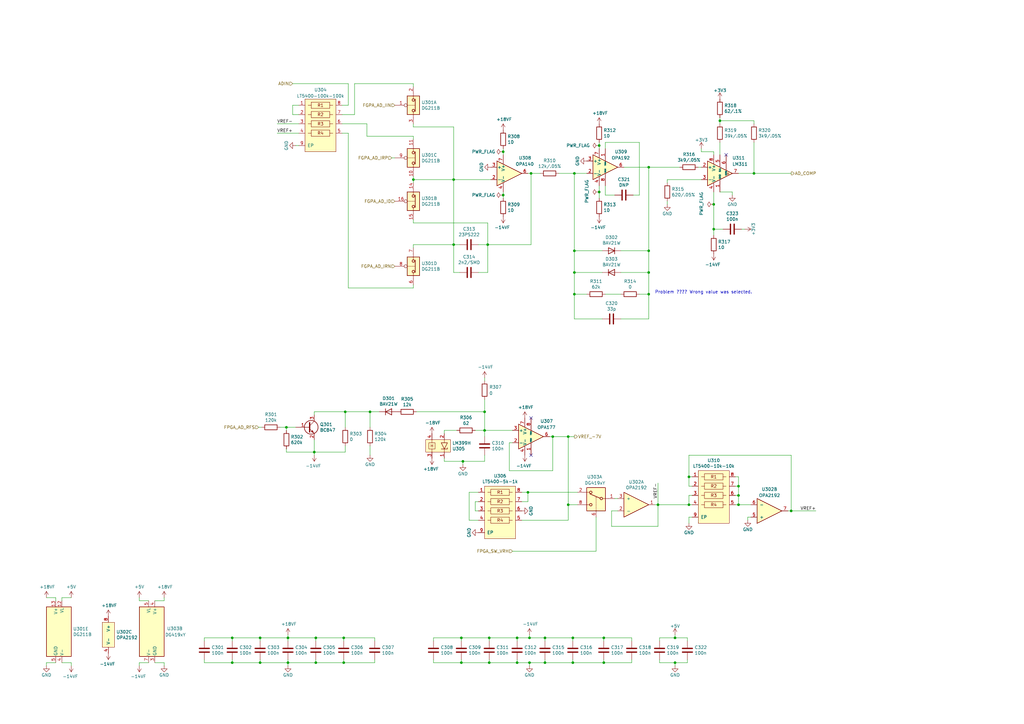
<source format=kicad_sch>
(kicad_sch (version 20230121) (generator eeschema)
  (paper "A3")
  (title_block (title "ADC") (date "2020-03-07") (rev "1.00"))
  (junction (at 302.895 207.01))
  (junction (at 151.765 168.91))
  (junction (at 266.065 102.87))
  (junction (at 292.735 93.98))
  (junction (at 235.585 120.65))
  (junction (at 117.475 175.26))
  (junction (at 276.86 261.62))
  (junction (at 129.54 261.62))
  (junction (at 309.245 71.12))
  (junction (at 266.065 68.58))
  (junction (at 140.97 261.62))
  (junction (at 217.17 261.62))
  (junction (at 212.09 261.62))
  (junction (at 235.585 71.12))
  (junction (at 128.905 185.42))
  (junction (at 247.65 261.62))
  (junction (at 266.065 111.76))
  (junction (at 95.25 261.62))
  (junction (at 95.25 271.78))
  (junction (at 234.95 271.78))
  (junction (at 295.275 49.53))
  (junction (at 206.375 62.23))
  (junction (at 324.485 209.55))
  (junction (at 140.97 271.78))
  (junction (at 217.17 271.78))
  (junction (at 216.535 201.93))
  (junction (at 302.895 203.2))
  (junction (at 266.065 120.65))
  (junction (at 234.95 261.62))
  (junction (at 247.65 271.78))
  (junction (at 106.68 271.78))
  (junction (at 223.52 261.62))
  (junction (at 129.54 271.78))
  (junction (at 206.375 80.01))
  (junction (at 198.755 176.53))
  (junction (at 233.045 207.01))
  (junction (at 233.045 179.07))
  (junction (at 282.575 195.58))
  (junction (at 302.895 199.39))
  (junction (at 106.68 261.62))
  (junction (at 212.09 271.78))
  (junction (at 200.66 261.62))
  (junction (at 186.055 73.66))
  (junction (at 235.585 102.87))
  (junction (at 245.745 59.69))
  (junction (at 189.23 271.78))
  (junction (at 235.585 111.76))
  (junction (at 226.695 179.07))
  (junction (at 169.545 73.66))
  (junction (at 245.745 78.74))
  (junction (at 217.805 71.12))
  (junction (at 223.52 271.78))
  (junction (at 200.025 100.33))
  (junction (at 282.575 207.01))
  (junction (at 200.66 271.78))
  (junction (at 189.865 189.23))
  (junction (at 276.86 271.78))
  (junction (at 189.23 261.62))
  (junction (at 186.055 100.33))
  (junction (at 269.875 207.01))
  (junction (at 118.11 271.78))
  (junction (at 292.735 83.82))
  (junction (at 141.605 168.91))
  (junction (at 198.755 168.91))
  (junction (at 118.11 261.62))
  (no_connect (at 217.805 186.69))
  (no_connect (at 297.815 63.5))
  (no_connect (at 217.805 171.45))
  (wire (pts (xy 198.755 176.53) (xy 210.185 176.53)))
  (wire (pts (xy 200.025 111.76) (xy 200.025 100.33)))
  (wire (pts (xy 302.895 195.58) (xy 302.895 199.39)))
  (wire (pts (xy 295.275 49.53) (xy 295.275 48.26)))
  (wire (pts (xy 169.545 52.07) (xy 186.055 52.07)))
  (wire (pts (xy 188.595 111.76) (xy 186.055 111.76)))
  (wire (pts (xy 296.545 93.98) (xy 292.735 93.98)))
  (wire (pts (xy 217.17 271.78) (xy 217.17 273.05)))
  (wire (pts (xy 186.055 100.33) (xy 186.055 73.66)))
  (wire (pts (xy 245.745 59.69) (xy 245.745 58.42)))
  (wire (pts (xy 189.23 271.78) (xy 189.23 270.51)))
  (wire (pts (xy 177.8 261.62) (xy 189.23 261.62)))
  (wire (pts (xy 22.86 245.11) (xy 22.86 246.38)))
  (wire (pts (xy 254.635 102.87) (xy 266.065 102.87)))
  (wire (pts (xy 118.11 261.62) (xy 129.54 261.62)))
  (wire (pts (xy 169.545 118.11) (xy 142.875 118.11)))
  (wire (pts (xy 226.695 193.04) (xy 226.695 179.07)))
  (wire (pts (xy 273.685 83.82) (xy 273.685 82.55)))
  (wire (pts (xy 295.275 49.53) (xy 309.245 49.53)))
  (wire (pts (xy 153.67 261.62) (xy 153.67 262.89)))
  (wire (pts (xy 196.215 111.76) (xy 200.025 111.76)))
  (wire (pts (xy 282.575 195.58) (xy 282.575 186.69)))
  (wire (pts (xy 169.545 116.84) (xy 169.545 118.11)))
  (wire (pts (xy 140.335 50.8) (xy 150.495 50.8)))
  (wire (pts (xy 234.95 271.78) (xy 223.52 271.78)))
  (wire (pts (xy 19.05 245.11) (xy 22.86 245.11)))
  (wire (pts (xy 57.15 245.11) (xy 57.15 246.38)))
  (wire (pts (xy 186.055 73.66) (xy 201.295 73.66)))
  (wire (pts (xy 266.065 120.65) (xy 262.255 120.65)))
  (wire (pts (xy 282.575 195.58) (xy 283.845 195.58)))
  (wire (pts (xy 269.875 207.01) (xy 269.875 198.12)))
  (wire (pts (xy 302.895 199.39) (xy 302.895 203.2)))
  (wire (pts (xy 270.51 262.89) (xy 270.51 261.62)))
  (wire (pts (xy 122.555 54.61) (xy 113.665 54.61)))
  (wire (pts (xy 300.355 80.01) (xy 300.355 78.74)))
  (wire (pts (xy 194.945 205.74) (xy 196.215 205.74)))
  (wire (pts (xy 276.86 260.35) (xy 276.86 261.62)))
  (wire (pts (xy 118.11 260.35) (xy 118.11 261.62)))
  (wire (pts (xy 292.735 96.52) (xy 292.735 93.98)))
  (wire (pts (xy 189.865 190.5) (xy 189.865 189.23)))
  (wire (pts (xy 29.21 273.05) (xy 29.21 271.78)))
  (wire (pts (xy 309.245 71.12) (xy 324.485 71.12)))
  (wire (pts (xy 106.68 270.51) (xy 106.68 271.78)))
  (wire (pts (xy 276.86 261.62) (xy 281.94 261.62)))
  (wire (pts (xy 270.51 261.62) (xy 276.86 261.62)))
  (wire (pts (xy 305.435 93.98) (xy 304.165 93.98)))
  (wire (pts (xy 233.045 207.01) (xy 233.045 213.36)))
  (wire (pts (xy 19.05 271.78) (xy 22.86 271.78)))
  (wire (pts (xy 140.335 54.61) (xy 142.875 54.61)))
  (wire (pts (xy 235.585 179.07) (xy 233.045 179.07)))
  (wire (pts (xy 141.605 168.91) (xy 151.765 168.91)))
  (wire (pts (xy 302.895 203.2) (xy 302.895 207.01)))
  (wire (pts (xy 295.275 63.5) (xy 295.275 58.42)))
  (wire (pts (xy 276.86 273.05) (xy 276.86 271.78)))
  (wire (pts (xy 208.915 193.04) (xy 226.695 193.04)))
  (wire (pts (xy 194.945 209.55) (xy 194.945 205.74)))
  (wire (pts (xy 269.875 207.01) (xy 282.575 207.01)))
  (wire (pts (xy 262.255 80.01) (xy 262.255 58.42)))
  (wire (pts (xy 169.545 101.6) (xy 169.545 100.33)))
  (wire (pts (xy 153.67 271.78) (xy 140.97 271.78)))
  (wire (pts (xy 25.4 245.11) (xy 25.4 246.38)))
  (wire (pts (xy 302.895 207.01) (xy 301.625 207.01)))
  (wire (pts (xy 169.545 73.66) (xy 169.545 72.39)))
  (wire (pts (xy 233.045 179.07) (xy 233.045 207.01)))
  (wire (pts (xy 309.245 58.42) (xy 309.245 71.12)))
  (wire (pts (xy 259.715 80.01) (xy 262.255 80.01)))
  (wire (pts (xy 206.375 78.74) (xy 206.375 80.01)))
  (wire (pts (xy 283.845 203.2) (xy 282.575 203.2)))
  (wire (pts (xy 188.595 100.33) (xy 186.055 100.33)))
  (wire (pts (xy 212.09 271.78) (xy 212.09 270.51)))
  (wire (pts (xy 177.8 262.89) (xy 177.8 261.62)))
  (wire (pts (xy 259.08 270.51) (xy 259.08 271.78)))
  (wire (pts (xy 57.15 246.38) (xy 60.96 246.38)))
  (wire (pts (xy 234.95 261.62) (xy 247.65 261.62)))
  (wire (pts (xy 189.23 261.62) (xy 200.66 261.62)))
  (wire (pts (xy 247.65 261.62) (xy 259.08 261.62)))
  (wire (pts (xy 29.21 245.11) (xy 25.4 245.11)))
  (wire (pts (xy 300.355 78.74) (xy 295.275 78.74)))
  (wire (pts (xy 67.31 245.11) (xy 67.31 246.38)))
  (wire (pts (xy 266.065 68.58) (xy 266.065 102.87)))
  (wire (pts (xy 196.215 209.55) (xy 194.945 209.55)))
  (wire (pts (xy 160.655 64.77) (xy 161.925 64.77)))
  (wire (pts (xy 282.575 199.39) (xy 282.575 195.58)))
  (wire (pts (xy 273.685 73.66) (xy 273.685 74.93)))
  (wire (pts (xy 122.555 43.18) (xy 120.015 43.18)))
  (wire (pts (xy 223.52 261.62) (xy 223.52 262.89)))
  (wire (pts (xy 198.755 168.91) (xy 170.815 168.91)))
  (wire (pts (xy 120.015 46.99) (xy 122.555 46.99)))
  (wire (pts (xy 169.545 50.8) (xy 169.545 52.07)))
  (wire (pts (xy 151.765 175.26) (xy 151.765 168.91)))
  (wire (pts (xy 223.52 271.78) (xy 217.17 271.78)))
  (wire (pts (xy 302.895 195.58) (xy 301.625 195.58)))
  (wire (pts (xy 189.23 262.89) (xy 189.23 261.62)))
  (wire (pts (xy 106.045 175.26) (xy 107.315 175.26)))
  (wire (pts (xy 142.875 54.61) (xy 142.875 118.11)))
  (wire (pts (xy 266.065 111.76) (xy 266.065 120.65)))
  (wire (pts (xy 187.325 176.53) (xy 182.245 176.53)))
  (wire (pts (xy 287.655 62.23) (xy 292.735 62.23)))
  (wire (pts (xy 248.285 58.42) (xy 248.285 60.96)))
  (wire (pts (xy 245.745 78.74) (xy 245.745 76.2)))
  (wire (pts (xy 254.635 130.81) (xy 266.065 130.81)))
  (wire (pts (xy 324.485 209.55) (xy 334.645 209.55)))
  (wire (pts (xy 141.605 185.42) (xy 128.905 185.42)))
  (wire (pts (xy 216.535 205.74) (xy 216.535 201.93)))
  (wire (pts (xy 217.805 71.12) (xy 217.805 100.33)))
  (wire (pts (xy 276.86 271.78) (xy 270.51 271.78)))
  (wire (pts (xy 287.655 68.58) (xy 286.385 68.58)))
  (wire (pts (xy 140.335 43.18) (xy 142.875 43.18)))
  (wire (pts (xy 120.015 43.18) (xy 120.015 46.99)))
  (wire (pts (xy 83.82 271.78) (xy 83.82 270.51)))
  (wire (pts (xy 281.94 262.89) (xy 281.94 261.62)))
  (wire (pts (xy 186.055 73.66) (xy 169.545 73.66)))
  (wire (pts (xy 295.275 50.8) (xy 295.275 49.53)))
  (wire (pts (xy 226.695 179.07) (xy 225.425 179.07)))
  (wire (pts (xy 234.95 271.78) (xy 234.95 270.51)))
  (wire (pts (xy 198.755 189.23) (xy 198.755 186.69)))
  (wire (pts (xy 266.065 102.87) (xy 266.065 111.76)))
  (wire (pts (xy 253.365 209.55) (xy 250.825 209.55)))
  (wire (pts (xy 244.475 226.06) (xy 244.475 212.09)))
  (wire (pts (xy 153.67 270.51) (xy 153.67 271.78)))
  (wire (pts (xy 210.185 226.06) (xy 244.475 226.06)))
  (wire (pts (xy 247.015 111.76) (xy 235.585 111.76)))
  (wire (pts (xy 117.475 175.26) (xy 114.935 175.26)))
  (wire (pts (xy 169.545 100.33) (xy 186.055 100.33)))
  (wire (pts (xy 129.54 270.51) (xy 129.54 271.78)))
  (wire (pts (xy 235.585 102.87) (xy 247.015 102.87)))
  (wire (pts (xy 217.805 71.12) (xy 221.615 71.12)))
  (wire (pts (xy 217.17 271.78) (xy 212.09 271.78)))
  (wire (pts (xy 150.495 55.88) (xy 169.545 55.88)))
  (wire (pts (xy 196.215 100.33) (xy 200.025 100.33)))
  (wire (pts (xy 287.655 60.96) (xy 287.655 62.23)))
  (wire (pts (xy 186.055 52.07) (xy 186.055 73.66)))
  (wire (pts (xy 262.255 58.42) (xy 248.285 58.42)))
  (wire (pts (xy 206.375 60.96) (xy 206.375 62.23)))
  (wire (pts (xy 122.555 50.8) (xy 113.665 50.8)))
  (wire (pts (xy 177.8 271.78) (xy 177.8 270.51)))
  (wire (pts (xy 217.17 260.35) (xy 217.17 261.62)))
  (wire (pts (xy 106.68 261.62) (xy 106.68 262.89)))
  (wire (pts (xy 145.415 46.99) (xy 145.415 34.29)))
  (wire (pts (xy 198.755 179.07) (xy 198.755 176.53)))
  (wire (pts (xy 254.635 120.65) (xy 248.285 120.65)))
  (wire (pts (xy 169.545 55.88) (xy 169.545 57.15)))
  (wire (pts (xy 200.66 270.51) (xy 200.66 271.78)))
  (wire (pts (xy 324.485 209.55) (xy 323.215 209.55)))
  (wire (pts (xy 208.915 181.61) (xy 208.915 193.04)))
  (wire (pts (xy 128.905 180.34) (xy 128.905 185.42)))
  (wire (pts (xy 273.685 73.66) (xy 287.655 73.66)))
  (wire (pts (xy 206.375 62.23) (xy 206.375 63.5)))
  (wire (pts (xy 186.055 111.76) (xy 186.055 100.33)))
  (wire (pts (xy 189.865 189.23) (xy 198.755 189.23)))
  (wire (pts (xy 117.475 184.15) (xy 117.475 185.42)))
  (wire (pts (xy 206.375 80.01) (xy 206.375 81.28)))
  (wire (pts (xy 210.185 181.61) (xy 208.915 181.61)))
  (wire (pts (xy 247.65 271.78) (xy 234.95 271.78)))
  (wire (pts (xy 248.285 76.2) (xy 248.285 80.01)))
  (wire (pts (xy 235.585 130.81) (xy 235.585 120.65)))
  (wire (pts (xy 140.97 262.89) (xy 140.97 261.62)))
  (wire (pts (xy 95.25 271.78) (xy 95.25 270.51)))
  (wire (pts (xy 292.735 83.82) (xy 292.735 78.74)))
  (wire (pts (xy 248.285 80.01) (xy 252.095 80.01)))
  (wire (pts (xy 235.585 71.12) (xy 235.585 102.87)))
  (wire (pts (xy 324.485 186.69) (xy 324.485 209.55)))
  (wire (pts (xy 292.735 93.98) (xy 292.735 83.82)))
  (wire (pts (xy 151.765 186.69) (xy 151.765 182.88)))
  (wire (pts (xy 200.025 100.33) (xy 217.805 100.33)))
  (wire (pts (xy 217.17 261.62) (xy 223.52 261.62)))
  (wire (pts (xy 83.82 262.89) (xy 83.82 261.62)))
  (wire (pts (xy 212.09 261.62) (xy 217.17 261.62)))
  (wire (pts (xy 57.15 271.78) (xy 60.96 271.78)))
  (wire (pts (xy 247.015 130.81) (xy 235.585 130.81)))
  (wire (pts (xy 306.705 213.36) (xy 306.705 212.09)))
  (wire (pts (xy 282.575 203.2) (xy 282.575 207.01)))
  (wire (pts (xy 141.605 182.88) (xy 141.605 185.42)))
  (wire (pts (xy 245.745 81.28) (xy 245.745 78.74)))
  (wire (pts (xy 233.045 213.36) (xy 213.995 213.36)))
  (wire (pts (xy 169.545 91.44) (xy 200.025 91.44)))
  (wire (pts (xy 270.51 271.78) (xy 270.51 270.51)))
  (wire (pts (xy 128.905 170.18) (xy 128.905 168.91)))
  (wire (pts (xy 169.545 74.93) (xy 169.545 73.66)))
  (wire (pts (xy 67.31 271.78) (xy 63.5 271.78)))
  (wire (pts (xy 192.405 213.36) (xy 196.215 213.36)))
  (wire (pts (xy 200.66 271.78) (xy 189.23 271.78)))
  (wire (pts (xy 196.215 201.93) (xy 192.405 201.93)))
  (wire (pts (xy 212.09 262.89) (xy 212.09 261.62)))
  (wire (pts (xy 213.995 205.74) (xy 216.535 205.74)))
  (wire (pts (xy 129.54 271.78) (xy 118.11 271.78)))
  (wire (pts (xy 309.245 71.12) (xy 302.895 71.12)))
  (wire (pts (xy 117.475 175.26) (xy 121.285 175.26)))
  (wire (pts (xy 282.575 186.69) (xy 324.485 186.69)))
  (wire (pts (xy 245.745 60.96) (xy 245.745 59.69)))
  (wire (pts (xy 309.245 49.53) (xy 309.245 50.8)))
  (wire (pts (xy 140.335 46.99) (xy 145.415 46.99)))
  (wire (pts (xy 259.08 271.78) (xy 247.65 271.78)))
  (wire (pts (xy 229.235 71.12) (xy 235.585 71.12)))
  (wire (pts (xy 118.11 262.89) (xy 118.11 261.62)))
  (wire (pts (xy 292.735 62.23) (xy 292.735 63.5)))
  (wire (pts (xy 182.245 187.96) (xy 182.245 189.23)))
  (wire (pts (xy 95.25 262.89) (xy 95.25 261.62)))
  (wire (pts (xy 266.065 68.58) (xy 255.905 68.58)))
  (wire (pts (xy 182.245 189.23) (xy 189.865 189.23)))
  (wire (pts (xy 118.11 271.78) (xy 118.11 273.05)))
  (wire (pts (xy 67.31 246.38) (xy 63.5 246.38)))
  (wire (pts (xy 226.695 179.07) (xy 233.045 179.07)))
  (wire (pts (xy 200.66 261.62) (xy 212.09 261.62)))
  (wire (pts (xy 269.875 207.01) (xy 268.605 207.01)))
  (wire (pts (xy 106.68 271.78) (xy 95.25 271.78)))
  (wire (pts (xy 118.11 271.78) (xy 106.68 271.78)))
  (wire (pts (xy 254.635 111.76) (xy 266.065 111.76)))
  (wire (pts (xy 212.09 271.78) (xy 200.66 271.78)))
  (wire (pts (xy 142.875 34.29) (xy 120.015 34.29)))
  (wire (pts (xy 200.025 100.33) (xy 200.025 91.44)))
  (wire (pts (xy 198.755 176.53) (xy 194.945 176.53)))
  (wire (pts (xy 118.11 271.78) (xy 118.11 270.51)))
  (wire (pts (xy 140.97 271.78) (xy 129.54 271.78)))
  (wire (pts (xy 169.545 90.17) (xy 169.545 91.44)))
  (wire (pts (xy 95.25 261.62) (xy 106.68 261.62)))
  (wire (pts (xy 19.05 273.05) (xy 19.05 271.78)))
  (wire (pts (xy 217.805 71.12) (xy 216.535 71.12)))
  (wire (pts (xy 151.765 168.91) (xy 155.575 168.91)))
  (wire (pts (xy 200.66 261.62) (xy 200.66 262.89)))
  (wire (pts (xy 192.405 201.93) (xy 192.405 213.36)))
  (wire (pts (xy 117.475 185.42) (xy 128.905 185.42)))
  (wire (pts (xy 198.755 176.53) (xy 198.755 168.91)))
  (wire (pts (xy 283.845 207.01) (xy 282.575 207.01)))
  (wire (pts (xy 198.755 163.83) (xy 198.755 168.91)))
  (wire (pts (xy 282.575 212.09) (xy 283.845 212.09)))
  (wire (pts (xy 235.585 71.12) (xy 240.665 71.12)))
  (wire (pts (xy 301.625 203.2) (xy 302.895 203.2)))
  (wire (pts (xy 121.285 59.69) (xy 122.555 59.69)))
  (wire (pts (xy 236.855 207.01) (xy 233.045 207.01)))
  (wire (pts (xy 128.905 168.91) (xy 141.605 168.91)))
  (wire (pts (xy 253.365 204.47) (xy 252.095 204.47)))
  (wire (pts (xy 281.94 271.78) (xy 276.86 271.78)))
  (wire (pts (xy 223.52 270.51) (xy 223.52 271.78)))
  (wire (pts (xy 142.875 43.18) (xy 142.875 34.29)))
  (wire (pts (xy 235.585 120.65) (xy 235.585 111.76)))
  (wire (pts (xy 128.905 185.42) (xy 128.905 186.69)))
  (wire (pts (xy 250.825 209.55) (xy 250.825 215.9)))
  (wire (pts (xy 240.665 120.65) (xy 235.585 120.65)))
  (wire (pts (xy 129.54 261.62) (xy 140.97 261.62)))
  (wire (pts (xy 150.495 50.8) (xy 150.495 55.88)))
  (wire (pts (xy 235.585 111.76) (xy 235.585 102.87)))
  (wire (pts (xy 282.575 214.63) (xy 282.575 212.09)))
  (wire (pts (xy 129.54 261.62) (xy 129.54 262.89)))
  (wire (pts (xy 67.31 273.05) (xy 67.31 271.78)))
  (wire (pts (xy 269.875 215.9) (xy 269.875 207.01)))
  (wire (pts (xy 281.94 271.78) (xy 281.94 270.51)))
  (wire (pts (xy 266.065 130.81) (xy 266.065 120.65)))
  (wire (pts (xy 106.68 261.62) (xy 118.11 261.62)))
  (wire (pts (xy 250.825 215.9) (xy 269.875 215.9)))
  (wire (pts (xy 182.245 176.53) (xy 182.245 177.8)))
  (wire (pts (xy 145.415 34.29) (xy 169.545 34.29)))
  (wire (pts (xy 216.535 201.93) (xy 213.995 201.93)))
  (wire (pts (xy 95.25 271.78) (xy 83.82 271.78)))
  (wire (pts (xy 169.545 34.29) (xy 169.545 35.56)))
  (wire (pts (xy 57.15 273.05) (xy 57.15 271.78)))
  (wire (pts (xy 216.535 201.93) (xy 236.855 201.93)))
  (wire (pts (xy 259.08 261.62) (xy 259.08 262.89)))
  (wire (pts (xy 306.705 212.09) (xy 307.975 212.09)))
  (wire (pts (xy 140.97 261.62) (xy 153.67 261.62)))
  (wire (pts (xy 189.23 271.78) (xy 177.8 271.78)))
  (wire (pts (xy 301.625 199.39) (xy 302.895 199.39)))
  (wire (pts (xy 83.82 261.62) (xy 95.25 261.62)))
  (wire (pts (xy 223.52 261.62) (xy 234.95 261.62)))
  (wire (pts (xy 117.475 176.53) (xy 117.475 175.26)))
  (wire (pts (xy 278.765 68.58) (xy 266.065 68.58)))
  (wire (pts (xy 247.65 261.62) (xy 247.65 262.89)))
  (wire (pts (xy 234.95 262.89) (xy 234.95 261.62)))
  (wire (pts (xy 307.975 207.01) (xy 302.895 207.01)))
  (wire (pts (xy 283.845 199.39) (xy 282.575 199.39)))
  (wire (pts (xy 140.97 271.78) (xy 140.97 270.51)))
  (wire (pts (xy 141.605 175.26) (xy 141.605 168.91)))
  (wire (pts (xy 29.21 271.78) (xy 25.4 271.78)))
  (wire (pts (xy 247.65 270.51) (xy 247.65 271.78)))
  (wire (pts (xy 198.755 154.94) (xy 198.755 156.21)))
  (text "Problem ???? Wrong value was selected." (at 268.605 120.65 0) (effects (font (size 1.27 1.27)) (justify left bottom)))
  (label "VREF+" (at 113.665 54.61 0))
  (label "VREF-" (at 269.875 198.12 270))
  (label "VREF-" (at 113.665 50.8 0))
  (label "VREF+" (at 334.645 209.55 180))
  (hierarchical_label "FPGA_AD_RFS" (shape input) (at 106.045 175.26 180))
  (hierarchical_label "FGPA_AD_IRP" (shape input) (at 160.655 64.77 180))
  (hierarchical_label "FPGA_SW_VRH" (shape input) (at 210.185 226.06 180))
  (hierarchical_label "FGPA_AD_ID" (shape input) (at 161.925 82.55 180))
  (hierarchical_label "AD_COMP" (shape output) (at 324.485 71.12 0))
  (hierarchical_label "FGPA_AD_IIN" (shape input) (at 161.925 43.18 180))
  (hierarchical_label "ADIN" (shape input) (at 120.015 34.29 180))
  (hierarchical_label "VREF_-7V" (shape output) (at 235.585 179.07 0))
  (hierarchical_label "FGPA_AD_IRN" (shape input) (at 161.925 109.22 180))
  (symbol (lib_id "ADC_TEST:LT5400-100k-100k") (at 131.445 50.8 0) (unit 1)
    (property "Reference" "U304" (at 131.445 36.83 0))
    (property "Value" "LT5400-100k-100k" (at 131.445 39.37 0))
    (property "Footprint" "Package_SO:MSOP-8-1EP_3x3mm_P0.65mm_EP1.73x1.85mm_ThermalVias" (effects hide))
    (instances (project "ETH1CREF1C" (path "" (reference "U304") (unit 1))) (project "ADC_Test" (path "" (reference "U505") (unit 1)) (path "" (reference "U?") (unit 1))))
  )
  (symbol (lib_id "power:GND") (at 121.285 59.69 270) (unit 1)
    (property "Reference" "#PWR0314" (effects hide))
    (property "Value" "GND" (at 117.475 59.69 0))
    (instances (project "ETH1CREF1C" (path "" (reference "#PWR0314") (unit 1))) (project "ADC_Test" (path "" (reference "#PWR0518") (unit 1)) (path "" (reference "#PWR?") (unit 1))))
  )
  (symbol (lib_id "ADC_TEST:DG211") (at 169.545 82.55 270) (unit 2)
    (property "Reference" "U301" (at 172.847 81.3816 90) (effects (justify left)))
    (property "Value" "DG211B" (at 172.847 83.693 90) (effects (justify left)))
    (property "Footprint" "Package_SO:SOIC-16_3.9x9.9mm_P1.27mm" (effects hide))
    (property "Datasheet" "http://pdf.datasheetcatalog.com/datasheets/70/494502_DS.pdf" (effects hide))
    (instances (project "ETH1CREF1C" (path "" (reference "U301") (unit 2))) (project "ADC_Test" (path "" (reference "U501") (unit 2)) (path "" (reference "U?") (unit 2))))
  )
  (symbol (lib_id "ADC_TEST:DG211") (at 169.545 64.77 270) (unit 3)
    (property "Reference" "U301" (at 172.847 63.6016 90) (effects (justify left)))
    (property "Value" "DG211B" (at 172.847 65.913 90) (effects (justify left)))
    (property "Footprint" "Package_SO:SOIC-16_3.9x9.9mm_P1.27mm" (effects hide))
    (property "Datasheet" "http://pdf.datasheetcatalog.com/datasheets/70/494502_DS.pdf" (effects hide))
    (instances (project "ETH1CREF1C" (path "" (reference "U301") (unit 3))) (project "ADC_Test" (path "" (reference "U501") (unit 3)) (path "" (reference "U?") (unit 3))))
  )
  (symbol (lib_id "ADC_TEST:DG211") (at 169.545 109.22 270) (unit 4)
    (property "Reference" "U301" (at 172.847 108.0516 90) (effects (justify left)))
    (property "Value" "DG211B" (at 172.847 110.363 90) (effects (justify left)))
    (property "Footprint" "Package_SO:SOIC-16_3.9x9.9mm_P1.27mm" (effects hide))
    (property "Datasheet" "http://pdf.datasheetcatalog.com/datasheets/70/494502_DS.pdf" (effects hide))
    (instances (project "ETH1CREF1C" (path "" (reference "U301") (unit 4))) (project "ADC_Test" (path "" (reference "U501") (unit 4)) (path "" (reference "U?") (unit 4))))
  )
  (symbol (lib_id "ADC_TEST:DG211") (at 22.86 259.08 0) (unit 5)
    (property "Reference" "U301" (at 29.972 257.9116 0) (effects (justify left)))
    (property "Value" "DG211B" (at 29.972 260.223 0) (effects (justify left)))
    (property "Footprint" "Package_SO:SOIC-16_3.9x9.9mm_P1.27mm" (effects hide))
    (property "Datasheet" "http://pdf.datasheetcatalog.com/datasheets/70/494502_DS.pdf" (effects hide))
    (instances (project "ETH1CREF1C" (path "" (reference "U301") (unit 5))) (project "ADC_Test" (path "" (reference "U501") (unit 5)) (path "" (reference "U?") (unit 5))))
  )
  (symbol (lib_id "ADC_TEST:LT5400-10k-10k") (at 292.735 203.2 0) (unit 1)
    (property "Reference" "U310" (at 292.735 188.849 0))
    (property "Value" "LT5400-10k-10k" (at 292.735 191.1604 0))
    (property "Footprint" "Package_SO:MSOP-8-1EP_3x3mm_P0.65mm_EP1.73x1.85mm_ThermalVias" (effects hide))
    (instances (project "ETH1CREF1C" (path "" (reference "U310") (unit 1))) (project "ADC_Test" (path "" (reference "U512") (unit 1)) (path "" (reference "U?") (unit 1))))
  )
  (symbol (lib_id "ADC_TEST:DG211") (at 169.545 43.18 270) (unit 1)
    (property "Reference" "U301" (at 172.847 42.0116 90) (effects (justify left)))
    (property "Value" "DG211B" (at 172.847 44.323 90) (effects (justify left)))
    (property "Footprint" "Package_SO:SOIC-16_3.9x9.9mm_P1.27mm" (effects hide))
    (property "Datasheet" "http://pdf.datasheetcatalog.com/datasheets/70/494502_DS.pdf" (effects hide))
    (instances (project "ETH1CREF1C" (path "" (reference "U301") (unit 1))) (project "ADC_Test" (path "" (reference "U501") (unit 1)) (path "" (reference "U?") (unit 1))))
  )
  (symbol (lib_id "power:GND") (at 282.575 214.63 0) (unit 1)
    (property "Reference" "#PWR0334" (effects hide))
    (property "Value" "GND" (at 282.575 218.44 0))
    (instances (project "ETH1CREF1C" (path "" (reference "#PWR0334") (unit 1))) (project "ADC_Test" (path "" (reference "#PWR0541") (unit 1)) (path "" (reference "#PWR?") (unit 1))))
  )
  (symbol (lib_id "power:GND") (at 306.705 213.36 0) (unit 1)
    (property "Reference" "#PWR0336" (effects hide))
    (property "Value" "GND" (at 306.705 217.17 0))
    (instances (project "ETH1CREF1C" (path "" (reference "#PWR0336") (unit 1))) (project "ADC_Test" (path "" (reference "#PWR0543") (unit 1)) (path "" (reference "#PWR?") (unit 1))))
  )
  (symbol (lib_id "ADC_TEST:LM399H") (at 179.705 182.88 0) (mirror x) (unit 1)
    (property "Reference" "U305" (at 185.4962 184.0484 0) (effects (justify left)))
    (property "Value" "LM399H" (at 185.4962 181.737 0) (effects (justify left)))
    (property "Footprint" "ADC_TEST:LMx99" (effects hide))
    (instances (project "ETH1CREF1C" (path "" (reference "U305") (unit 1))) (project "ADC_Test" (path "" (reference "U506") (unit 1)) (path "" (reference "U?") (unit 1))))
  )
  (symbol (lib_id "Device:C") (at 192.405 100.33 270) (unit 1)
    (property "Reference" "C313" (at 192.405 93.9292 90))
    (property "Value" "23PS222" (at 192.405 96.2406 90))
    (property "Footprint" "Capacitor_THT:C_Axial_L12.0mm_D6.5mm_P15.00mm_Horizontal" (effects hide))
    (instances (project "ETH1CREF1C" (path "" (reference "C313") (unit 1))) (project "ADC_Test" (path "" (reference "C514") (unit 1))))
  )
  (symbol (lib_id "Device:R") (at 191.135 176.53 270) (unit 1)
    (property "Reference" "R306" (at 191.135 171.2722 90))
    (property "Value" "62" (at 191.135 173.5836 90))
    (property "Footprint" "Resistor_SMD:R_0603_1608Metric_Pad1.05x0.95mm_HandSolder" (effects hide))
    (instances (project "ETH1CREF1C" (path "" (reference "R306") (unit 1))) (project "ADC_Test" (path "" (reference "R510") (unit 1))))
  )
  (symbol (lib_id "Device:C") (at 198.755 182.88 0) (unit 1)
    (property "Reference" "C310" (at 201.676 181.7116 0) (effects (justify left)))
    (property "Value" "100n" (at 201.676 184.023 0) (effects (justify left)))
    (property "Footprint" "Capacitor_SMD:C_0603_1608Metric_Pad1.05x0.95mm_HandSolder" (effects hide))
    (instances (project "ETH1CREF1C" (path "" (reference "C310") (unit 1))) (project "ADC_Test" (path "" (reference "C511") (unit 1))))
  )
  (symbol (lib_id "ADC_TEST:OPA2192") (at 259.715 207.01 0) (unit 1)
    (property "Reference" "U302" (at 260.985 197.6882 0))
    (property "Value" "OPA2192" (at 260.985 199.9996 0))
    (property "Footprint" "Package_SO:SOIC-8_3.9x4.9mm_P1.27mm" (effects hide))
    (instances (project "ETH1CREF1C" (path "" (reference "U302") (unit 1))) (project "ADC_Test" (path "" (reference "U502") (unit 1)) (path "" (reference "U?") (unit 1))))
  )
  (symbol (lib_id "ADC_TEST:OPA2192") (at 314.325 209.55 0) (mirror x) (unit 2)
    (property "Reference" "U302" (at 315.595 200.66 0))
    (property "Value" "OPA2192" (at 315.595 203.2 0))
    (property "Footprint" "Package_SO:SOIC-8_3.9x4.9mm_P1.27mm" (effects hide))
    (instances (project "ETH1CREF1C" (path "" (reference "U302") (unit 2))) (project "ADC_Test" (path "" (reference "U502") (unit 2)) (path "" (reference "U?") (unit 2))))
  )
  (symbol (lib_id "ADC_TEST:OPA2192") (at 44.45 260.35 0) (unit 3)
    (property "Reference" "U302" (at 47.7012 259.1816 0) (effects (justify left)))
    (property "Value" "OPA2192" (at 47.7012 261.493 0) (effects (justify left)))
    (property "Footprint" "Package_SO:SOIC-8_3.9x4.9mm_P1.27mm" (effects hide))
    (instances (project "ETH1CREF1C" (path "" (reference "U302") (unit 3))) (project "ADC_Test" (path "" (reference "U502") (unit 3)) (path "" (reference "U?") (unit 3))))
  )
  (symbol (lib_id "Analog_Switch:DG419xY") (at 244.475 201.93 0) (mirror y) (unit 1)
    (property "Reference" "U303" (at 247.015 195.58 0) (effects (justify left)))
    (property "Value" "DG419xY" (at 248.285 198.12 0) (effects (justify left)))
    (property "Footprint" "Package_SO:SOIC-8_3.9x4.9mm_P1.27mm" (effects hide))
    (property "Datasheet" "https://datasheets.maximintegrated.com/en/ds/DG417-DG419.pdf" (effects hide))
    (instances (project "ETH1CREF1C" (path "" (reference "U303") (unit 1))) (project "ADC_Test" (path "" (reference "U503") (unit 1))))
  )
  (symbol (lib_id "ADC_TEST:LT5400-5k-1k") (at 205.105 209.55 0) (unit 1)
    (property "Reference" "U306" (at 205.105 195.199 0))
    (property "Value" "LT5400-5k-1k" (at 205.105 197.5104 0))
    (property "Footprint" "Package_SO:MSOP-8-1EP_3x3mm_P0.65mm_EP1.73x1.85mm_ThermalVias" (effects hide))
    (instances (project "ETH1CREF1C" (path "" (reference "U306") (unit 1))) (project "ADC_Test" (path "" (reference "U507") (unit 1)) (path "" (reference "U?") (unit 1))))
  )
  (symbol (lib_id "power:GND") (at 196.215 218.44 270) (unit 1)
    (property "Reference" "#PWR0319" (effects hide))
    (property "Value" "GND" (at 192.405 218.44 0))
    (instances (project "ETH1CREF1C" (path "" (reference "#PWR0319") (unit 1))) (project "ADC_Test" (path "" (reference "#PWR0524") (unit 1)) (path "" (reference "#PWR?") (unit 1))))
  )
  (symbol (lib_id "power:GND") (at 213.995 209.55 90) (unit 1)
    (property "Reference" "#PWR0321" (effects hide))
    (property "Value" "GND" (at 217.805 209.55 0))
    (instances (project "ETH1CREF1C" (path "" (reference "#PWR0321") (unit 1))) (project "ADC_Test" (path "" (reference "#PWR0525") (unit 1)) (path "" (reference "#PWR?") (unit 1))))
  )
  (symbol (lib_id "Analog_Switch:DG419xY") (at 63.5 259.08 0) (mirror y) (unit 2)
    (property "Reference" "U303" (at 74.93 257.81 0) (effects (justify left)))
    (property "Value" "DG419xY" (at 76.2 260.35 0) (effects (justify left)))
    (property "Footprint" "Package_SO:SOIC-8_3.9x4.9mm_P1.27mm" (effects hide))
    (property "Datasheet" "https://datasheets.maximintegrated.com/en/ds/DG417-DG419.pdf" (effects hide))
    (instances (project "ETH1CREF1C" (path "" (reference "U303") (unit 2))) (project "ADC_Test" (path "" (reference "U503") (unit 2))))
  )
  (symbol (lib_id "power:+5V") (at 57.15 245.11 0) (unit 1)
    (property "Reference" "#PWR0307" (effects hide))
    (property "Value" "+5V" (at 57.15 240.665 0))
    (instances (project "ETH1CREF1C" (path "" (reference "#PWR0307") (unit 1))) (project "ADC_Test" (path "" (reference "#PWR0507") (unit 1)) (path "" (reference "#PWR?") (unit 1))))
  )
  (symbol (lib_id "power:GND") (at 67.31 273.05 0) (unit 1)
    (property "Reference" "#PWR0310" (effects hide))
    (property "Value" "GND" (at 67.31 276.86 0))
    (instances (project "ETH1CREF1C" (path "" (reference "#PWR0310") (unit 1))) (project "ADC_Test" (path "" (reference "#PWR0512") (unit 1)) (path "" (reference "#PWR?") (unit 1))))
  )
  (symbol (lib_id "power:GND") (at 19.05 273.05 0) (unit 1)
    (property "Reference" "#PWR0302" (effects hide))
    (property "Value" "GND" (at 19.05 276.86 0))
    (instances (project "ETH1CREF1C" (path "" (reference "#PWR0302") (unit 1))) (project "ADC_Test" (path "" (reference "#PWR0502") (unit 1)) (path "" (reference "#PWR?") (unit 1))))
  )
  (symbol (lib_id "power:+5V") (at 29.21 245.11 0) (unit 1)
    (property "Reference" "#PWR0303" (effects hide))
    (property "Value" "+5V" (at 29.21 240.665 0))
    (instances (project "ETH1CREF1C" (path "" (reference "#PWR0303") (unit 1))) (project "ADC_Test" (path "" (reference "#PWR0503") (unit 1)) (path "" (reference "#PWR?") (unit 1))))
  )
  (symbol (lib_id "power:+3V3") (at 287.655 60.96 0) (unit 1)
    (property "Reference" "#PWR0337" (effects hide))
    (property "Value" "+3V3" (at 287.655 57.404 0))
  )
  (symbol (lib_id "power:+3V3") (at 295.275 40.64 0) (unit 1)
    (property "Reference" "#PWR0339" (effects hide))
    (property "Value" "+3V3" (at 295.275 37.084 0))
  )
  (symbol (lib_id "power:+3V3") (at 305.435 93.98 270) (unit 1)
    (property "Reference" "#PWR0341" (effects hide))
    (property "Value" "+3V3" (at 308.991 93.98 0))
  )
  (symbol (lib_id "Transistor_BJT:BC847") (at 126.365 175.26 0) (unit 1)
    (property "Reference" "Q301" (at 131.2164 174.0916 0) (effects (justify left)))
    (property "Value" "BC847" (at 131.2164 176.403 0) (effects (justify left)))
    (property "Footprint" "Package_TO_SOT_SMD:SOT-23" (effects hide))
    (property "Datasheet" "http://www.infineon.com/dgdl/Infineon-BC847SERIES_BC848SERIES_BC849SERIES_BC850SERIES-DS-v01_01-en.pdf?fileId=db3a304314dca389011541d4630a1657" (effects hide))
    (instances (project "ETH1CREF1C" (path "" (reference "Q301") (unit 1))) (project "ADC_Test" (path "" (reference "Q503") (unit 1))))
  )
  (symbol (lib_id "Device:R") (at 141.605 179.07 180) (unit 1)
    (property "Reference" "R303" (at 143.383 177.9016 0) (effects (justify right)))
    (property "Value" "0" (at 143.383 180.213 0) (effects (justify right)))
    (property "Footprint" "Resistor_SMD:R_0603_1608Metric_Pad1.05x0.95mm_HandSolder" (effects hide))
    (instances (project "ETH1CREF1C" (path "" (reference "R303") (unit 1))) (project "ADC_Test" (path "" (reference "R506") (unit 1))))
  )
  (symbol (lib_id "power:PWR_FLAG") (at 206.375 62.23 90) (unit 1)
    (property "Reference" "#FLG0301" (effects hide))
    (property "Value" "PWR_FLAG" (at 203.1492 62.23 90) (effects (justify left)))
    (instances (project "ETH1CREF1C" (path "" (reference "#FLG0301") (unit 1))) (project "ADC_Test" (path "" (reference "#FLG0501") (unit 1))))
  )
  (symbol (lib_id "power:PWR_FLAG") (at 206.375 80.01 90) (mirror x) (unit 1)
    (property "Reference" "#FLG0302" (effects hide))
    (property "Value" "PWR_FLAG" (at 203.1492 80.01 90) (effects (justify left)))
    (instances (project "ETH1CREF1C" (path "" (reference "#FLG0302") (unit 1))) (project "ADC_Test" (path "" (reference "#FLG0502") (unit 1))))
  )
  (symbol (lib_id "power:PWR_FLAG") (at 245.745 78.74 90) (mirror x) (unit 1)
    (property "Reference" "#FLG0304" (effects hide))
    (property "Value" "PWR_FLAG" (at 240.665 73.66 0) (effects (justify left)))
    (instances (project "ETH1CREF1C" (path "" (reference "#FLG0304") (unit 1))) (project "ADC_Test" (path "" (reference "#FLG0504") (unit 1))))
  )
  (symbol (lib_id "power:PWR_FLAG") (at 245.745 59.69 90) (mirror x) (unit 1)
    (property "Reference" "#FLG0303" (effects hide))
    (property "Value" "PWR_FLAG" (at 241.935 59.69 90) (effects (justify left)))
    (instances (project "ETH1CREF1C" (path "" (reference "#FLG0303") (unit 1))) (project "ADC_Test" (path "" (reference "#FLG0503") (unit 1))))
  )
  (symbol (lib_id "power:PWR_FLAG") (at 292.735 83.82 90) (mirror x) (unit 1)
    (property "Reference" "#FLG0305" (effects hide))
    (property "Value" "PWR_FLAG" (at 287.655 78.74 0) (effects (justify left)))
    (instances (project "ETH1CREF1C" (path "" (reference "#FLG0305") (unit 1))) (project "ADC_Test" (path "" (reference "#FLG0505") (unit 1))))
  )
  (symbol (lib_id "Device:C") (at 192.405 111.76 270) (unit 1)
    (property "Reference" "C314" (at 192.405 105.3592 90))
    (property "Value" "2n2/SMD" (at 192.405 107.6706 90))
    (property "Footprint" "Capacitor_SMD:C_0603_1608Metric_Pad1.05x0.95mm_HandSolder" (effects hide))
    (instances (project "ETH1CREF1C" (path "" (reference "C314") (unit 1))) (project "ADC_Test" (path "" (reference "C515") (unit 1))))
  )
  (symbol (lib_id "Device:R") (at 258.445 120.65 270) (unit 1)
    (property "Reference" "R314" (at 258.445 115.3922 90))
    (property "Value" "0" (at 258.445 117.7036 90))
    (property "Footprint" "Resistor_SMD:R_0603_1608Metric_Pad1.05x0.95mm_HandSolder" (effects hide))
    (instances (project "ETH1CREF1C" (path "" (reference "R314") (unit 1))) (project "ADC_Test" (path "" (reference "R520") (unit 1))))
  )
  (symbol (lib_id "Device:C") (at 83.82 266.7 0) (unit 1)
    (property "Reference" "C301" (at 86.741 265.5316 0) (effects (justify left)))
    (property "Value" "100n" (at 86.741 267.843 0) (effects (justify left)))
    (property "Footprint" "Capacitor_SMD:C_0603_1608Metric_Pad1.05x0.95mm_HandSolder" (effects hide))
    (instances (project "ETH1CREF1C" (path "" (reference "C301") (unit 1))) (project "ADC_Test" (path "" (reference "C502") (unit 1))))
  )
  (symbol (lib_id "Device:C") (at 95.25 266.7 0) (unit 1)
    (property "Reference" "C302" (at 98.171 265.5316 0) (effects (justify left)))
    (property "Value" "100n" (at 98.171 267.843 0) (effects (justify left)))
    (property "Footprint" "Capacitor_SMD:C_0603_1608Metric_Pad1.05x0.95mm_HandSolder" (effects hide))
    (instances (project "ETH1CREF1C" (path "" (reference "C302") (unit 1))) (project "ADC_Test" (path "" (reference "C503") (unit 1))))
  )
  (symbol (lib_id "Device:C") (at 106.68 266.7 0) (unit 1)
    (property "Reference" "C303" (at 109.601 265.5316 0) (effects (justify left)))
    (property "Value" "100n" (at 109.601 267.843 0) (effects (justify left)))
    (property "Footprint" "Capacitor_SMD:C_0603_1608Metric_Pad1.05x0.95mm_HandSolder" (effects hide))
    (instances (project "ETH1CREF1C" (path "" (reference "C303") (unit 1))) (project "ADC_Test" (path "" (reference "C504") (unit 1))))
  )
  (symbol (lib_id "Device:C") (at 118.11 266.7 0) (unit 1)
    (property "Reference" "C304" (at 121.031 265.5316 0) (effects (justify left)))
    (property "Value" "100n" (at 121.031 267.843 0) (effects (justify left)))
    (property "Footprint" "Capacitor_SMD:C_0603_1608Metric_Pad1.05x0.95mm_HandSolder" (effects hide))
    (instances (project "ETH1CREF1C" (path "" (reference "C304") (unit 1))) (project "ADC_Test" (path "" (reference "C505") (unit 1))))
  )
  (symbol (lib_id "Device:C") (at 129.54 266.7 0) (unit 1)
    (property "Reference" "C305" (at 132.461 265.5316 0) (effects (justify left)))
    (property "Value" "100n" (at 132.461 267.843 0) (effects (justify left)))
    (property "Footprint" "Capacitor_SMD:C_0603_1608Metric_Pad1.05x0.95mm_HandSolder" (effects hide))
    (instances (project "ETH1CREF1C" (path "" (reference "C305") (unit 1))) (project "ADC_Test" (path "" (reference "C506") (unit 1))))
  )
  (symbol (lib_id "Device:C") (at 140.97 266.7 0) (unit 1)
    (property "Reference" "C306" (at 143.891 265.5316 0) (effects (justify left)))
    (property "Value" "100n" (at 143.891 267.843 0) (effects (justify left)))
    (property "Footprint" "Capacitor_SMD:C_0603_1608Metric_Pad1.05x0.95mm_HandSolder" (effects hide))
    (instances (project "ETH1CREF1C" (path "" (reference "C306") (unit 1))) (project "ADC_Test" (path "" (reference "C507") (unit 1))))
  )
  (symbol (lib_id "Device:C") (at 153.67 266.7 0) (unit 1)
    (property "Reference" "C307" (at 156.591 265.5316 0) (effects (justify left)))
    (property "Value" "100n" (at 156.591 267.843 0) (effects (justify left)))
    (property "Footprint" "Capacitor_SMD:C_0603_1608Metric_Pad1.05x0.95mm_HandSolder" (effects hide))
    (instances (project "ETH1CREF1C" (path "" (reference "C307") (unit 1))) (project "ADC_Test" (path "" (reference "C508") (unit 1))))
  )
  (symbol (lib_id "power:GND") (at 118.11 273.05 0) (unit 1)
    (property "Reference" "#PWR0312" (effects hide))
    (property "Value" "GND" (at 118.11 276.86 0))
    (instances (project "ETH1CREF1C" (path "" (reference "#PWR0312") (unit 1))) (project "ADC_Test" (path "" (reference "#PWR0516") (unit 1)) (path "" (reference "#PWR?") (unit 1))))
  )
  (symbol (lib_id "ADC_TEST:+18VF") (at 118.11 260.35 0) (unit 1)
    (property "Reference" "#PWR0311" (effects hide))
    (property "Value" "+18VF" (at 118.491 255.9558 0))
    (instances (project "ETH1CREF1C" (path "" (reference "#PWR0311") (unit 1))) (project "ADC_Test" (path "" (reference "#PWR0515") (unit 1)) (path "" (reference "#PWR?") (unit 1))))
  )
  (symbol (lib_id "Device:C") (at 177.8 266.7 0) (unit 1)
    (property "Reference" "C308" (at 180.721 265.5316 0) (effects (justify left)))
    (property "Value" "100n" (at 180.721 267.843 0) (effects (justify left)))
    (property "Footprint" "Capacitor_SMD:C_0603_1608Metric_Pad1.05x0.95mm_HandSolder" (effects hide))
    (instances (project "ETH1CREF1C" (path "" (reference "C308") (unit 1))) (project "ADC_Test" (path "" (reference "C509") (unit 1))))
  )
  (symbol (lib_id "Device:C") (at 189.23 266.7 0) (unit 1)
    (property "Reference" "C309" (at 192.151 265.5316 0) (effects (justify left)))
    (property "Value" "100n" (at 192.151 267.843 0) (effects (justify left)))
    (property "Footprint" "Capacitor_SMD:C_0603_1608Metric_Pad1.05x0.95mm_HandSolder" (effects hide))
    (instances (project "ETH1CREF1C" (path "" (reference "C309") (unit 1))) (project "ADC_Test" (path "" (reference "C510") (unit 1))))
  )
  (symbol (lib_id "Device:C") (at 200.66 266.7 0) (unit 1)
    (property "Reference" "C311" (at 203.581 265.5316 0) (effects (justify left)))
    (property "Value" "100n" (at 203.581 267.843 0) (effects (justify left)))
    (property "Footprint" "Capacitor_SMD:C_0603_1608Metric_Pad1.05x0.95mm_HandSolder" (effects hide))
    (instances (project "ETH1CREF1C" (path "" (reference "C311") (unit 1))) (project "ADC_Test" (path "" (reference "C512") (unit 1))))
  )
  (symbol (lib_id "Device:C") (at 212.09 266.7 0) (unit 1)
    (property "Reference" "C312" (at 215.011 265.5316 0) (effects (justify left)))
    (property "Value" "100n" (at 215.011 267.843 0) (effects (justify left)))
    (property "Footprint" "Capacitor_SMD:C_0603_1608Metric_Pad1.05x0.95mm_HandSolder" (effects hide))
    (instances (project "ETH1CREF1C" (path "" (reference "C312") (unit 1))) (project "ADC_Test" (path "" (reference "C513") (unit 1))))
  )
  (symbol (lib_id "Device:C") (at 223.52 266.7 0) (unit 1)
    (property "Reference" "C315" (at 226.441 265.5316 0) (effects (justify left)))
    (property "Value" "100n" (at 226.441 267.843 0) (effects (justify left)))
    (property "Footprint" "Capacitor_SMD:C_0603_1608Metric_Pad1.05x0.95mm_HandSolder" (effects hide))
    (instances (project "ETH1CREF1C" (path "" (reference "C315") (unit 1))) (project "ADC_Test" (path "" (reference "C516") (unit 1))))
  )
  (symbol (lib_id "Device:C") (at 234.95 266.7 0) (unit 1)
    (property "Reference" "C316" (at 237.871 265.5316 0) (effects (justify left)))
    (property "Value" "100n" (at 237.871 267.843 0) (effects (justify left)))
    (property "Footprint" "Capacitor_SMD:C_0603_1608Metric_Pad1.05x0.95mm_HandSolder" (effects hide))
    (instances (project "ETH1CREF1C" (path "" (reference "C316") (unit 1))) (project "ADC_Test" (path "" (reference "C517") (unit 1))))
  )
  (symbol (lib_id "Device:C") (at 247.65 266.7 0) (unit 1)
    (property "Reference" "C317" (at 250.571 265.5316 0) (effects (justify left)))
    (property "Value" "100n" (at 250.571 267.843 0) (effects (justify left)))
    (property "Footprint" "Capacitor_SMD:C_0603_1608Metric_Pad1.05x0.95mm_HandSolder" (effects hide))
    (instances (project "ETH1CREF1C" (path "" (reference "C317") (unit 1))) (project "ADC_Test" (path "" (reference "C518") (unit 1))))
  )
  (symbol (lib_id "power:GND") (at 217.17 273.05 0) (unit 1)
    (property "Reference" "#PWR0325" (effects hide))
    (property "Value" "GND" (at 217.17 276.86 0))
    (instances (project "ETH1CREF1C" (path "" (reference "#PWR0325") (unit 1))) (project "ADC_Test" (path "" (reference "#PWR0529") (unit 1)) (path "" (reference "#PWR?") (unit 1))))
  )
  (symbol (lib_id "Device:C") (at 259.08 266.7 0) (unit 1)
    (property "Reference" "C318" (at 262.001 265.5316 0) (effects (justify left)))
    (property "Value" "100n" (at 262.001 267.843 0) (effects (justify left)))
    (property "Footprint" "Capacitor_SMD:C_0603_1608Metric_Pad1.05x0.95mm_HandSolder" (effects hide))
    (instances (project "ETH1CREF1C" (path "" (reference "C318") (unit 1))) (project "ADC_Test" (path "" (reference "C519") (unit 1))))
  )
  (symbol (lib_id "ADC_TEST:+18VF") (at 177.165 187.96 180) (unit 1)
    (property "Reference" "#PWR0317" (effects hide))
    (property "Value" "+18VF" (at 176.784 192.3542 0))
    (instances (project "ETH1CREF1C" (path "" (reference "#PWR0317") (unit 1))) (project "ADC_Test" (path "" (reference "#PWR0522") (unit 1)) (path "" (reference "#PWR?") (unit 1))))
  )
  (symbol (lib_id "ADC_TEST:-18VF") (at 177.165 177.8 0) (unit 1)
    (property "Reference" "#PWR0316" (effects hide))
    (property "Value" "-18VF" (at 177.546 173.4058 0))
    (instances (project "ETH1CREF1C" (path "" (reference "#PWR0316") (unit 1))) (project "ADC_Test" (path "" (reference "#PWR0521") (unit 1)) (path "" (reference "#PWR?") (unit 1))))
  )
  (symbol (lib_id "ADC_TEST:-14VF") (at 217.17 260.35 0) (unit 1)
    (property "Reference" "#PWR0324" (effects hide))
    (property "Value" "-14VF" (at 217.551 255.9558 0))
    (instances (project "ETH1CREF1C" (path "" (reference "#PWR0324") (unit 1))) (project "ADC_Test" (path "" (reference "#PWR0528") (unit 1)) (path "" (reference "#PWR?") (unit 1))))
  )
  (symbol (lib_id "Device:C") (at 270.51 266.7 0) (unit 1)
    (property "Reference" "C319" (at 273.431 265.5316 0) (effects (justify left)))
    (property "Value" "100n" (at 273.431 267.843 0) (effects (justify left)))
    (property "Footprint" "Capacitor_SMD:C_0603_1608Metric_Pad1.05x0.95mm_HandSolder" (effects hide))
    (instances (project "ETH1CREF1C" (path "" (reference "C319") (unit 1))) (project "ADC_Test" (path "" (reference "C520") (unit 1))))
  )
  (symbol (lib_id "Device:C") (at 281.94 266.7 0) (unit 1)
    (property "Reference" "C322" (at 284.861 265.5316 0) (effects (justify left)))
    (property "Value" "100n" (at 284.861 267.843 0) (effects (justify left)))
    (property "Footprint" "Capacitor_SMD:C_0603_1608Metric_Pad1.05x0.95mm_HandSolder" (effects hide))
    (instances (project "ETH1CREF1C" (path "" (reference "C322") (unit 1))) (project "ADC_Test" (path "" (reference "C523") (unit 1))))
  )
  (symbol (lib_id "power:GND") (at 189.865 190.5 0) (unit 1)
    (property "Reference" "#PWR0318" (effects hide))
    (property "Value" "GND" (at 189.865 194.31 0))
    (instances (project "ETH1CREF1C" (path "" (reference "#PWR0318") (unit 1))) (project "ADC_Test" (path "" (reference "#PWR0523") (unit 1)) (path "" (reference "#PWR?") (unit 1))))
  )
  (symbol (lib_id "power:GND") (at 276.86 273.05 0) (unit 1)
    (property "Reference" "#PWR0333" (effects hide))
    (property "Value" "GND" (at 276.86 276.86 0))
    (instances (project "ETH1CREF1C" (path "" (reference "#PWR0333") (unit 1))) (project "ADC_Test" (path "" (reference "#PWR0540") (unit 1)) (path "" (reference "#PWR?") (unit 1))))
  )
  (symbol (lib_id "power:+5V") (at 276.86 260.35 0) (unit 1)
    (property "Reference" "#PWR0332" (effects hide))
    (property "Value" "+5V" (at 276.86 256.794 0))
    (instances (project "ETH1CREF1C" (path "" (reference "#PWR0332") (unit 1))) (project "ADC_Test" (path "" (reference "#PWR0539") (unit 1)) (path "" (reference "#PWR?") (unit 1))))
  )
  (symbol (lib_id "ADC_TEST:OPA140") (at 208.915 71.12 0) (unit 1)
    (property "Reference" "U308" (at 212.725 64.77 0) (effects (justify left)))
    (property "Value" "OPA140" (at 211.455 67.31 0) (effects (justify left)))
    (property "Footprint" "Package_SO:SOIC-8_3.9x4.9mm_P1.27mm" (effects hide))
    (instances (project "ETH1CREF1C" (path "" (reference "U308") (unit 1))) (project "ADC_Test" (path "" (reference "U509") (unit 1)) (path "" (reference "U?") (unit 1))))
  )
  (symbol (lib_id "Device:R") (at 206.375 57.15 0) (unit 1)
    (property "Reference" "R308" (at 208.153 55.9816 0) (effects (justify left)))
    (property "Value" "10" (at 208.153 58.293 0) (effects (justify left)))
    (property "Footprint" "Resistor_SMD:R_0603_1608Metric_Pad1.05x0.95mm_HandSolder" (effects hide))
    (instances (project "ETH1CREF1C" (path "" (reference "R308") (unit 1))) (project "ADC_Test" (path "" (reference "R511") (unit 1))))
  )
  (symbol (lib_id "ADC_TEST:+18VF") (at 206.375 53.34 0) (unit 1)
    (property "Reference" "#PWR0327" (effects hide))
    (property "Value" "+18VF" (at 206.756 48.9458 0))
    (instances (project "ETH1CREF1C" (path "" (reference "#PWR0327") (unit 1))) (project "ADC_Test" (path "" (reference "#PWR0531") (unit 1)) (path "" (reference "#PWR?") (unit 1))))
  )
  (symbol (lib_id "power:GND") (at 201.295 68.58 270) (unit 1)
    (property "Reference" "#PWR0326" (effects hide))
    (property "Value" "GND" (at 197.485 68.58 0))
    (instances (project "ETH1CREF1C" (path "" (reference "#PWR0326") (unit 1))) (project "ADC_Test" (path "" (reference "#PWR0530") (unit 1)) (path "" (reference "#PWR?") (unit 1))))
  )
  (symbol (lib_id "Device:R") (at 206.375 85.09 0) (unit 1)
    (property "Reference" "R309" (at 208.153 83.9216 0) (effects (justify left)))
    (property "Value" "10" (at 208.153 86.233 0) (effects (justify left)))
    (property "Footprint" "Resistor_SMD:R_0603_1608Metric_Pad1.05x0.95mm_HandSolder" (effects hide))
    (instances (project "ETH1CREF1C" (path "" (reference "R309") (unit 1))) (project "ADC_Test" (path "" (reference "R512") (unit 1))))
  )
  (symbol (lib_id "ADC_TEST:OPA177") (at 217.805 179.07 0) (unit 1)
    (property "Reference" "U307" (at 221.615 172.72 0) (effects (justify left)))
    (property "Value" "OPA177" (at 220.345 175.26 0) (effects (justify left)))
    (property "Footprint" "Package_SO:SOIC-8_3.9x4.9mm_P1.27mm" (effects hide))
    (instances (project "ETH1CREF1C" (path "" (reference "U307") (unit 1))) (project "ADC_Test" (path "" (reference "U508") (unit 1)) (path "" (reference "U?") (unit 1))))
  )
  (symbol (lib_id "ADC_TEST:-14VF") (at 215.265 186.69 180) (unit 1)
    (property "Reference" "#PWR0323" (effects hide))
    (property "Value" "-14VF" (at 214.884 191.0842 0))
    (instances (project "ETH1CREF1C" (path "" (reference "#PWR0323") (unit 1))) (project "ADC_Test" (path "" (reference "#PWR0527") (unit 1)) (path "" (reference "#PWR?") (unit 1))))
  )
  (symbol (lib_id "ADC_TEST:+18VF") (at 215.265 171.45 0) (unit 1)
    (property "Reference" "#PWR0322" (effects hide))
    (property "Value" "+18VF" (at 215.646 167.0558 0))
    (instances (project "ETH1CREF1C" (path "" (reference "#PWR0322") (unit 1))) (project "ADC_Test" (path "" (reference "#PWR0526") (unit 1)) (path "" (reference "#PWR?") (unit 1))))
  )
  (symbol (lib_id "ADC_TEST:+18VF") (at 44.45 252.73 0) (unit 1)
    (property "Reference" "#PWR0305" (effects hide))
    (property "Value" "+18VF" (at 44.831 248.3358 0))
    (instances (project "ETH1CREF1C" (path "" (reference "#PWR0305") (unit 1))) (project "ADC_Test" (path "" (reference "#PWR0505") (unit 1)) (path "" (reference "#PWR?") (unit 1))))
  )
  (symbol (lib_id "ADC_TEST:-14VF") (at 44.45 267.97 180) (unit 1)
    (property "Reference" "#PWR0306" (effects hide))
    (property "Value" "-14VF" (at 44.069 272.3642 0))
    (instances (project "ETH1CREF1C" (path "" (reference "#PWR0306") (unit 1))) (project "ADC_Test" (path "" (reference "#PWR0506") (unit 1)) (path "" (reference "#PWR?") (unit 1))))
  )
  (symbol (lib_id "ADC_TEST:-14VF") (at 57.15 273.05 180) (unit 1)
    (property "Reference" "#PWR0308" (effects hide))
    (property "Value" "-14VF" (at 56.769 277.4442 0))
    (instances (project "ETH1CREF1C" (path "" (reference "#PWR0308") (unit 1))) (project "ADC_Test" (path "" (reference "#PWR0508") (unit 1)) (path "" (reference "#PWR?") (unit 1))))
  )
  (symbol (lib_id "ADC_TEST:-14VF") (at 29.21 273.05 180) (unit 1)
    (property "Reference" "#PWR0304" (effects hide))
    (property "Value" "-14VF" (at 28.829 277.4442 0))
    (instances (project "ETH1CREF1C" (path "" (reference "#PWR0304") (unit 1))) (project "ADC_Test" (path "" (reference "#PWR0504") (unit 1)) (path "" (reference "#PWR?") (unit 1))))
  )
  (symbol (lib_id "ADC_TEST:+18VF") (at 67.31 245.11 0) (unit 1)
    (property "Reference" "#PWR0309" (effects hide))
    (property "Value" "+18VF" (at 67.691 240.7158 0))
    (instances (project "ETH1CREF1C" (path "" (reference "#PWR0309") (unit 1))) (project "ADC_Test" (path "" (reference "#PWR0511") (unit 1)) (path "" (reference "#PWR?") (unit 1))))
  )
  (symbol (lib_id "ADC_TEST:+18VF") (at 19.05 245.11 0) (unit 1)
    (property "Reference" "#PWR0301" (effects hide))
    (property "Value" "+18VF" (at 19.431 240.7158 0))
    (instances (project "ETH1CREF1C" (path "" (reference "#PWR0301") (unit 1))) (project "ADC_Test" (path "" (reference "#PWR0501") (unit 1)) (path "" (reference "#PWR?") (unit 1))))
  )
  (symbol (lib_id "Device:R") (at 167.005 168.91 270) (unit 1)
    (property "Reference" "R305" (at 167.005 163.6522 90))
    (property "Value" "12k" (at 167.005 165.9636 90))
    (property "Footprint" "Resistor_SMD:R_0603_1608Metric_Pad1.05x0.95mm_HandSolder" (effects hide))
    (instances (project "ETH1CREF1C" (path "" (reference "R305") (unit 1))) (project "ADC_Test" (path "" (reference "R509") (unit 1))))
  )
  (symbol (lib_id "Device:D") (at 159.385 168.91 0) (unit 1)
    (property "Reference" "D301" (at 159.385 163.3982 0))
    (property "Value" "BAV21W" (at 159.385 165.7096 0))
    (property "Footprint" "Diode_SMD:D_SOD-123" (effects hide))
    (instances (project "ETH1CREF1C" (path "" (reference "D301") (unit 1))) (project "ADC_Test" (path "" (reference "D503") (unit 1))))
  )
  (symbol (lib_id "Device:R") (at 151.765 179.07 0) (unit 1)
    (property "Reference" "R304" (at 153.543 177.9016 0) (effects (justify left)))
    (property "Value" "120k" (at 153.543 180.213 0) (effects (justify left)))
    (property "Footprint" "Resistor_SMD:R_0603_1608Metric_Pad1.05x0.95mm_HandSolder" (effects hide))
    (instances (project "ETH1CREF1C" (path "" (reference "R304") (unit 1))) (project "ADC_Test" (path "" (reference "R507") (unit 1))))
  )
  (symbol (lib_id "power:GND") (at 151.765 186.69 0) (unit 1)
    (property "Reference" "#PWR0315" (effects hide))
    (property "Value" "GND" (at 151.765 190.5 0))
    (instances (project "ETH1CREF1C" (path "" (reference "#PWR0315") (unit 1))) (project "ADC_Test" (path "" (reference "#PWR0520") (unit 1)) (path "" (reference "#PWR?") (unit 1))))
  )
  (symbol (lib_id "ADC_TEST:-14VF") (at 128.905 186.69 180) (unit 1)
    (property "Reference" "#PWR0313" (effects hide))
    (property "Value" "-14VF" (at 128.524 191.0842 0))
    (instances (project "ETH1CREF1C" (path "" (reference "#PWR0313") (unit 1))) (project "ADC_Test" (path "" (reference "#PWR0517") (unit 1)) (path "" (reference "#PWR?") (unit 1))))
  )
  (symbol (lib_id "Device:R") (at 117.475 180.34 0) (unit 1)
    (property "Reference" "R302" (at 119.253 179.1716 0) (effects (justify left)))
    (property "Value" "620k" (at 119.253 181.483 0) (effects (justify left)))
    (property "Footprint" "Resistor_SMD:R_0603_1608Metric_Pad1.05x0.95mm_HandSolder" (effects hide))
    (instances (project "ETH1CREF1C" (path "" (reference "R302") (unit 1))) (project "ADC_Test" (path "" (reference "R505") (unit 1))))
  )
  (symbol (lib_id "Device:R") (at 111.125 175.26 270) (unit 1)
    (property "Reference" "R301" (at 111.125 170.0022 90))
    (property "Value" "120k" (at 111.125 172.3136 90))
    (property "Footprint" "Resistor_SMD:R_0603_1608Metric_Pad1.05x0.95mm_HandSolder" (effects hide))
    (instances (project "ETH1CREF1C" (path "" (reference "R301") (unit 1))) (project "ADC_Test" (path "" (reference "R503") (unit 1))))
  )
  (symbol (lib_id "ADC_TEST:-14VF") (at 206.375 88.9 180) (unit 1)
    (property "Reference" "#PWR0328" (effects hide))
    (property "Value" "-14VF" (at 205.994 93.2942 0))
    (instances (project "ETH1CREF1C" (path "" (reference "#PWR0328") (unit 1))) (project "ADC_Test" (path "" (reference "#PWR0532") (unit 1)) (path "" (reference "#PWR?") (unit 1))))
  )
  (symbol (lib_id "Device:R") (at 225.425 71.12 270) (unit 1)
    (property "Reference" "R310" (at 225.425 65.8622 90))
    (property "Value" "12k/.05%" (at 225.425 68.1736 90))
    (property "Footprint" "Resistor_SMD:R_0603_1608Metric_Pad1.05x0.95mm_HandSolder" (effects hide))
    (instances (project "ETH1CREF1C" (path "" (reference "R310") (unit 1))) (project "ADC_Test" (path "" (reference "R514") (unit 1))))
  )
  (symbol (lib_id "ADC_TEST:OPA192") (at 248.285 68.58 0) (unit 1)
    (property "Reference" "U309" (at 252.095 62.23 0) (effects (justify left)))
    (property "Value" "OPA192" (at 250.825 64.77 0) (effects (justify left)))
    (property "Footprint" "Package_SO:SOIC-8_3.9x4.9mm_P1.27mm" (effects hide))
    (instances (project "ETH1CREF1C" (path "" (reference "U309") (unit 1))) (project "ADC_Test" (path "" (reference "U511") (unit 1)) (path "" (reference "U?") (unit 1))))
  )
  (symbol (lib_id "power:GND") (at 240.665 66.04 270) (unit 1)
    (property "Reference" "#PWR0329" (effects hide))
    (property "Value" "GND" (at 236.855 66.04 0))
    (instances (project "ETH1CREF1C" (path "" (reference "#PWR0329") (unit 1))) (project "ADC_Test" (path "" (reference "#PWR0536") (unit 1)) (path "" (reference "#PWR?") (unit 1))))
  )
  (symbol (lib_id "Device:C") (at 255.905 80.01 270) (unit 1)
    (property "Reference" "C321" (at 255.905 73.6092 90))
    (property "Value" "DNP" (at 255.905 75.9206 90))
    (property "Footprint" "Capacitor_SMD:C_0603_1608Metric_Pad1.05x0.95mm_HandSolder" (effects hide))
    (instances (project "ETH1CREF1C" (path "" (reference "C321") (unit 1))) (project "ADC_Test" (path "" (reference "C522") (unit 1))))
  )
  (symbol (lib_id "Device:D") (at 250.825 102.87 180) (unit 1)
    (property "Reference" "D302" (at 250.825 97.3582 0))
    (property "Value" "BAV21W" (at 250.825 99.6696 0))
    (property "Footprint" "Diode_SMD:D_SOD-123" (effects hide))
    (instances (project "ETH1CREF1C" (path "" (reference "D302") (unit 1))) (project "ADC_Test" (path "" (reference "D504") (unit 1))))
  )
  (symbol (lib_id "Device:D") (at 250.825 111.76 0) (unit 1)
    (property "Reference" "D303" (at 250.825 106.2482 0))
    (property "Value" "BAV21W" (at 250.825 108.5596 0))
    (property "Footprint" "Diode_SMD:D_SOD-123" (effects hide))
    (instances (project "ETH1CREF1C" (path "" (reference "D303") (unit 1))) (project "ADC_Test" (path "" (reference "D505") (unit 1))))
  )
  (symbol (lib_id "Device:R") (at 244.475 120.65 270) (unit 1)
    (property "Reference" "R311" (at 244.475 115.3922 90))
    (property "Value" "62k" (at 244.475 117.7036 90))
    (property "Footprint" "Resistor_SMD:R_0603_1608Metric_Pad1.05x0.95mm_HandSolder" (effects hide))
    (instances (project "ETH1CREF1C" (path "" (reference "R311") (unit 1))) (project "ADC_Test" (path "" (reference "R517") (unit 1))))
  )
  (symbol (lib_id "Device:C") (at 250.825 130.81 270) (unit 1)
    (property "Reference" "C320" (at 250.825 124.4092 90))
    (property "Value" "33p" (at 250.825 126.7206 90))
    (property "Footprint" "Capacitor_SMD:C_0603_1608Metric_Pad1.05x0.95mm_HandSolder" (effects hide))
    (instances (project "ETH1CREF1C" (path "" (reference "C320") (unit 1))) (project "ADC_Test" (path "" (reference "C521") (unit 1))))
  )
  (symbol (lib_id "Device:R") (at 245.745 85.09 0) (unit 1)
    (property "Reference" "R313" (at 247.523 83.9216 0) (effects (justify left)))
    (property "Value" "10" (at 247.523 86.233 0) (effects (justify left)))
    (property "Footprint" "Resistor_SMD:R_0603_1608Metric_Pad1.05x0.95mm_HandSolder" (effects hide))
    (instances (project "ETH1CREF1C" (path "" (reference "R313") (unit 1))) (project "ADC_Test" (path "" (reference "R519") (unit 1))))
  )
  (symbol (lib_id "Device:R") (at 245.745 54.61 0) (unit 1)
    (property "Reference" "R312" (at 247.523 53.4416 0) (effects (justify left)))
    (property "Value" "10" (at 247.523 55.753 0) (effects (justify left)))
    (property "Footprint" "Resistor_SMD:R_0603_1608Metric_Pad1.05x0.95mm_HandSolder" (effects hide))
    (instances (project "ETH1CREF1C" (path "" (reference "R312") (unit 1))) (project "ADC_Test" (path "" (reference "R518") (unit 1))))
  )
  (symbol (lib_id "ADC_TEST:+18VF") (at 245.745 50.8 0) (unit 1)
    (property "Reference" "#PWR0330" (effects hide))
    (property "Value" "+18VF" (at 246.126 46.4058 0))
    (instances (project "ETH1CREF1C" (path "" (reference "#PWR0330") (unit 1))) (project "ADC_Test" (path "" (reference "#PWR0537") (unit 1)) (path "" (reference "#PWR?") (unit 1))))
  )
  (symbol (lib_id "ADC_TEST:-14VF") (at 245.745 88.9 180) (unit 1)
    (property "Reference" "#PWR0331" (effects hide))
    (property "Value" "-14VF" (at 245.364 93.2942 0))
    (instances (project "ETH1CREF1C" (path "" (reference "#PWR0331") (unit 1))) (project "ADC_Test" (path "" (reference "#PWR0538") (unit 1)) (path "" (reference "#PWR?") (unit 1))))
  )
  (symbol (lib_id "Device:R") (at 282.575 68.58 270) (unit 1)
    (property "Reference" "R316" (at 282.575 63.3222 90))
    (property "Value" "3k9/.05%" (at 282.575 65.6336 90))
    (property "Footprint" "Resistor_SMD:R_0603_1608Metric_Pad1.05x0.95mm_HandSolder" (effects hide))
    (instances (project "ETH1CREF1C" (path "" (reference "R316") (unit 1))) (project "ADC_Test" (path "" (reference "R523") (unit 1))))
  )
  (symbol (lib_id "Comparator:LM311") (at 295.275 71.12 0) (unit 1)
    (property "Reference" "U311" (at 300.355 64.77 0) (effects (justify left)))
    (property "Value" "LM311" (at 300.355 67.31 0) (effects (justify left)))
    (property "Footprint" "Package_SO:SOIC-8_3.9x4.9mm_P1.27mm" (effects hide))
    (property "Datasheet" "https://www.st.com/resource/en/datasheet/lm311.pdf" (effects hide))
    (instances (project "ETH1CREF1C" (path "" (reference "U311") (unit 1))) (project "ADC_Test" (path "" (reference "U513") (unit 1)) (path "" (reference "U?") (unit 1))))
  )
  (symbol (lib_id "Device:R") (at 273.685 78.74 0) (unit 1)
    (property "Reference" "R315" (at 275.463 77.5716 0) (effects (justify left)))
    (property "Value" "620/.05%" (at 275.463 79.883 0) (effects (justify left)))
    (property "Footprint" "Resistor_SMD:R_0603_1608Metric_Pad1.05x0.95mm_HandSolder" (effects hide))
    (instances (project "ETH1CREF1C" (path "" (reference "R315") (unit 1))) (project "ADC_Test" (path "" (reference "R522") (unit 1))))
  )
  (symbol (lib_id "power:GND") (at 273.685 83.82 0) (unit 1)
    (property "Reference" "#PWR0335" (effects hide))
    (property "Value" "GND" (at 273.685 87.63 0))
    (instances (project "ETH1CREF1C" (path "" (reference "#PWR0335") (unit 1))) (project "ADC_Test" (path "" (reference "#PWR0542") (unit 1)) (path "" (reference "#PWR?") (unit 1))))
  )
  (symbol (lib_id "power:GND") (at 300.355 80.01 0) (unit 1)
    (property "Reference" "#PWR0340" (effects hide))
    (property "Value" "GND" (at 300.355 83.82 0))
    (instances (project "ETH1CREF1C" (path "" (reference "#PWR0340") (unit 1))) (project "ADC_Test" (path "" (reference "#PWR0547") (unit 1)) (path "" (reference "#PWR?") (unit 1))))
  )
  (symbol (lib_id "Device:R") (at 292.735 100.33 0) (unit 1)
    (property "Reference" "R317" (at 294.513 99.1616 0) (effects (justify left)))
    (property "Value" "10" (at 294.513 101.473 0) (effects (justify left)))
    (property "Footprint" "Resistor_SMD:R_0603_1608Metric_Pad1.05x0.95mm_HandSolder" (effects hide))
    (instances (project "ETH1CREF1C" (path "" (reference "R317") (unit 1))) (project "ADC_Test" (path "" (reference "R524") (unit 1))))
  )
  (symbol (lib_id "Device:C") (at 300.355 93.98 270) (unit 1)
    (property "Reference" "C323" (at 300.355 87.5792 90))
    (property "Value" "100n" (at 300.355 89.8906 90))
    (property "Footprint" "Capacitor_SMD:C_0603_1608Metric_Pad1.05x0.95mm_HandSolder" (effects hide))
    (instances (project "ETH1CREF1C" (path "" (reference "C323") (unit 1))) (project "ADC_Test" (path "" (reference "C524") (unit 1))))
  )
  (symbol (lib_id "ADC_TEST:-14VF") (at 292.735 104.14 180) (unit 1)
    (property "Reference" "#PWR0338" (effects hide))
    (property "Value" "-14VF" (at 292.354 108.5342 0))
    (instances (project "ETH1CREF1C" (path "" (reference "#PWR0338") (unit 1))) (project "ADC_Test" (path "" (reference "#PWR0545") (unit 1)) (path "" (reference "#PWR?") (unit 1))))
  )
  (symbol (lib_id "Device:R") (at 295.275 54.61 0) (unit 1)
    (property "Reference" "R319" (at 297.053 53.4416 0) (effects (justify left)))
    (property "Value" "39k/.05%" (at 297.053 55.753 0) (effects (justify left)))
    (property "Footprint" "Resistor_SMD:R_0603_1608Metric_Pad1.05x0.95mm_HandSolder" (effects hide))
    (instances (project "ETH1CREF1C" (path "" (reference "R319") (unit 1))) (project "ADC_Test" (path "" (reference "R526") (unit 1))))
  )
  (symbol (lib_id "Device:R") (at 295.275 44.45 0) (unit 1)
    (property "Reference" "R318" (at 297.053 43.2816 0) (effects (justify left)))
    (property "Value" "62/.1%" (at 297.053 45.593 0) (effects (justify left)))
    (property "Footprint" "Resistor_SMD:R_0603_1608Metric_Pad1.05x0.95mm_HandSolder" (effects hide))
    (instances (project "ETH1CREF1C" (path "" (reference "R318") (unit 1))) (project "ADC_Test" (path "" (reference "R525") (unit 1))))
  )
  (symbol (lib_id "Device:R") (at 309.245 54.61 0) (unit 1)
    (property "Reference" "R320" (at 311.023 53.4416 0) (effects (justify left)))
    (property "Value" "3k9/.05%" (at 311.023 55.753 0) (effects (justify left)))
    (property "Footprint" "Resistor_SMD:R_0603_1608Metric_Pad1.05x0.95mm_HandSolder" (effects hide))
    (instances (project "ETH1CREF1C" (path "" (reference "R320") (unit 1))) (project "ADC_Test" (path "" (reference "R527") (unit 1))))
  )
  (symbol (lib_id "Device:R") (at 198.755 160.02 0) (unit 1)
    (property "Reference" "R307" (at 200.66 158.75 0) (effects (justify left)))
    (property "Value" "0" (at 200.66 161.29 0) (effects (justify left)))
  )
  (symbol (lib_id "ADC_TEST:-14VF") (at 198.755 154.94 0) (unit 1)
    (property "Reference" "#PWR0320" (effects hide))
    (property "Value" "-14VF" (at 199.136 150.5458 0))
    (instances (project "ETH1CREF1C" (path "" (reference "#PWR0320") (unit 1))) (project "ADC_Test" (path "" (reference "#PWR0517") (unit 1)) (path "" (reference "#PWR?") (unit 1))))
  )
)
</source>
